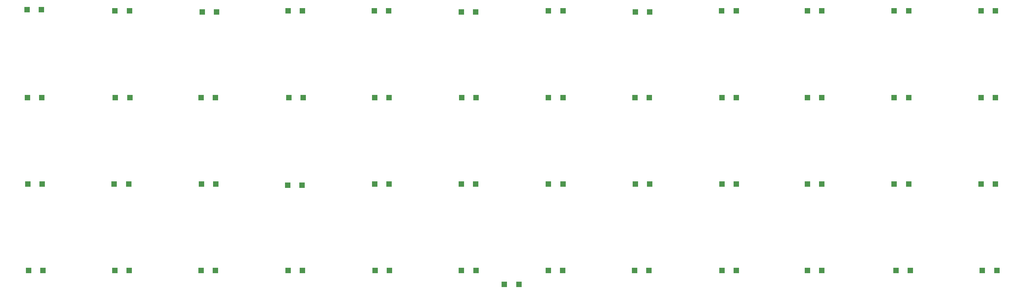
<source format=gtp>
G04 #@! TF.GenerationSoftware,KiCad,Pcbnew,(5.0.2-5-10.14)*
G04 #@! TF.CreationDate,2019-03-11T11:17:44+02:00*
G04 #@! TF.ProjectId,1_proto,315f7072-6f74-46f2-9e6b-696361645f70,rev?*
G04 #@! TF.SameCoordinates,Original*
G04 #@! TF.FileFunction,Paste,Top*
G04 #@! TF.FilePolarity,Positive*
%FSLAX46Y46*%
G04 Gerber Fmt 4.6, Leading zero omitted, Abs format (unit mm)*
G04 Created by KiCad (PCBNEW (5.0.2-5-10.14)) date Monday, March 11, 2019 at 11:17:44 AM*
%MOMM*%
%LPD*%
G01*
G04 APERTURE LIST*
%ADD10R,1.200000X1.200000*%
G04 APERTURE END LIST*
D10*
G04 #@! TO.C,D3*
X250275000Y-124000000D03*
X253425000Y-124000000D03*
G04 #@! TD*
G04 #@! TO.C,D6*
X231275000Y-105000000D03*
X234425000Y-105000000D03*
G04 #@! TD*
G04 #@! TO.C,D5*
X231275000Y-86000000D03*
X234425000Y-86000000D03*
G04 #@! TD*
G04 #@! TO.C,D2*
X250275000Y-105000000D03*
X253425000Y-105000000D03*
G04 #@! TD*
G04 #@! TO.C,D1*
X250275000Y-86000000D03*
X253425000Y-86000000D03*
G04 #@! TD*
G04 #@! TO.C,D8*
X231625000Y-143000000D03*
X234775000Y-143000000D03*
G04 #@! TD*
G04 #@! TO.C,D9*
X212275000Y-86000000D03*
X215425000Y-86000000D03*
G04 #@! TD*
G04 #@! TO.C,D10*
X212275000Y-105000000D03*
X215425000Y-105000000D03*
G04 #@! TD*
G04 #@! TO.C,D11*
X212275000Y-124000000D03*
X215425000Y-124000000D03*
G04 #@! TD*
G04 #@! TO.C,D12*
X212250000Y-143000000D03*
X215400000Y-143000000D03*
G04 #@! TD*
G04 #@! TO.C,D13*
X193500000Y-86000000D03*
X196650000Y-86000000D03*
G04 #@! TD*
G04 #@! TO.C,D14*
X193575000Y-105000000D03*
X196725000Y-105000000D03*
G04 #@! TD*
G04 #@! TO.C,D15*
X193575000Y-124000000D03*
X196725000Y-124000000D03*
G04 #@! TD*
G04 #@! TO.C,D16*
X193575000Y-143000000D03*
X196725000Y-143000000D03*
G04 #@! TD*
G04 #@! TO.C,D17*
X174575000Y-86250000D03*
X177725000Y-86250000D03*
G04 #@! TD*
G04 #@! TO.C,D18*
X174500000Y-105000000D03*
X177650000Y-105000000D03*
G04 #@! TD*
G04 #@! TO.C,D19*
X174575000Y-124000000D03*
X177725000Y-124000000D03*
G04 #@! TD*
G04 #@! TO.C,D20*
X174425000Y-143000000D03*
X177575000Y-143000000D03*
G04 #@! TD*
G04 #@! TO.C,D21*
X155575000Y-86000000D03*
X158725000Y-86000000D03*
G04 #@! TD*
G04 #@! TO.C,D22*
X155575000Y-105000000D03*
X158725000Y-105000000D03*
G04 #@! TD*
G04 #@! TO.C,D23*
X155575000Y-124000000D03*
X158725000Y-124000000D03*
G04 #@! TD*
G04 #@! TO.C,D24*
X158675000Y-143000000D03*
X155525000Y-143000000D03*
G04 #@! TD*
G04 #@! TO.C,D25*
X139650000Y-86250000D03*
X136500000Y-86250000D03*
G04 #@! TD*
G04 #@! TO.C,D26*
X139725000Y-105000000D03*
X136575000Y-105000000D03*
G04 #@! TD*
G04 #@! TO.C,D27*
X139650000Y-124000000D03*
X136500000Y-124000000D03*
G04 #@! TD*
G04 #@! TO.C,D28*
X139675000Y-143000000D03*
X136525000Y-143000000D03*
G04 #@! TD*
G04 #@! TO.C,D29*
X120575000Y-86000000D03*
X117425000Y-86000000D03*
G04 #@! TD*
G04 #@! TO.C,D30*
X120650000Y-105000000D03*
X117500000Y-105000000D03*
G04 #@! TD*
G04 #@! TO.C,D31*
X120650000Y-124000000D03*
X117500000Y-124000000D03*
G04 #@! TD*
G04 #@! TO.C,D32*
X120725000Y-143000000D03*
X117575000Y-143000000D03*
G04 #@! TD*
G04 #@! TO.C,D33*
X101725000Y-86000000D03*
X98575000Y-86000000D03*
G04 #@! TD*
G04 #@! TO.C,D34*
X101900000Y-105000000D03*
X98750000Y-105000000D03*
G04 #@! TD*
G04 #@! TO.C,D35*
X101650000Y-124250000D03*
X98500000Y-124250000D03*
G04 #@! TD*
G04 #@! TO.C,D36*
X101675000Y-143000000D03*
X98525000Y-143000000D03*
G04 #@! TD*
G04 #@! TO.C,D37*
X82900000Y-86250000D03*
X79750000Y-86250000D03*
G04 #@! TD*
G04 #@! TO.C,D38*
X82650000Y-105000000D03*
X79500000Y-105000000D03*
G04 #@! TD*
G04 #@! TO.C,D39*
X82725000Y-124000000D03*
X79575000Y-124000000D03*
G04 #@! TD*
G04 #@! TO.C,D40*
X82650000Y-143000000D03*
X79500000Y-143000000D03*
G04 #@! TD*
G04 #@! TO.C,D41*
X63825000Y-86000000D03*
X60675000Y-86000000D03*
G04 #@! TD*
G04 #@! TO.C,D42*
X63900000Y-105000000D03*
X60750000Y-105000000D03*
G04 #@! TD*
G04 #@! TO.C,D43*
X63650000Y-124000000D03*
X60500000Y-124000000D03*
G04 #@! TD*
G04 #@! TO.C,D44*
X60625000Y-143000000D03*
X63775000Y-143000000D03*
G04 #@! TD*
G04 #@! TO.C,D45*
X44575000Y-85750000D03*
X41425000Y-85750000D03*
G04 #@! TD*
G04 #@! TO.C,D46*
X44650000Y-105000000D03*
X41500000Y-105000000D03*
G04 #@! TD*
G04 #@! TO.C,D47*
X44725000Y-124000000D03*
X41575000Y-124000000D03*
G04 #@! TD*
G04 #@! TO.C,D48*
X44925000Y-143000000D03*
X41775000Y-143000000D03*
G04 #@! TD*
G04 #@! TO.C,D7*
X231275000Y-124000000D03*
X234425000Y-124000000D03*
G04 #@! TD*
G04 #@! TO.C,D4*
X250575000Y-143000000D03*
X253725000Y-143000000D03*
G04 #@! TD*
G04 #@! TO.C,D24-A1*
X149075000Y-146000000D03*
X145925000Y-146000000D03*
G04 #@! TD*
M02*

</source>
